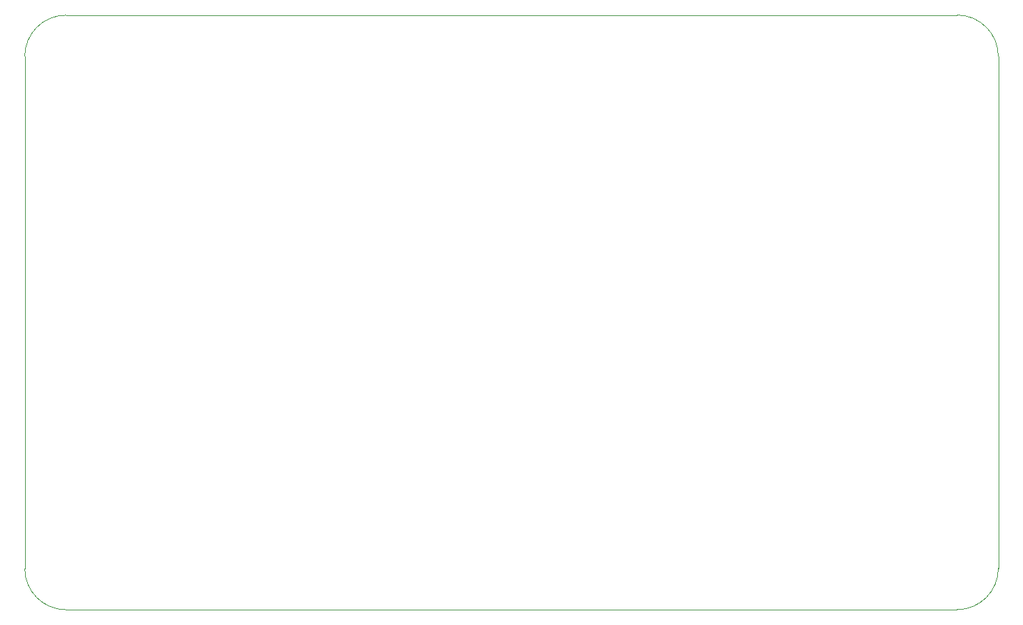
<source format=gbr>
%TF.GenerationSoftware,KiCad,Pcbnew,(6.0.7)*%
%TF.CreationDate,2022-09-20T14:40:13-04:00*%
%TF.ProjectId,RPi Pico Core,52506920-5069-4636-9f20-436f72652e6b,rev?*%
%TF.SameCoordinates,Original*%
%TF.FileFunction,Profile,NP*%
%FSLAX46Y46*%
G04 Gerber Fmt 4.6, Leading zero omitted, Abs format (unit mm)*
G04 Created by KiCad (PCBNEW (6.0.7)) date 2022-09-20 14:40:13*
%MOMM*%
%LPD*%
G01*
G04 APERTURE LIST*
%TA.AperFunction,Profile*%
%ADD10C,0.100000*%
%TD*%
G04 APERTURE END LIST*
D10*
X97063581Y-60600500D02*
G75*
G03*
X92063581Y-65590500I-9990J-4990000D01*
G01*
X210423581Y-65590500D02*
G75*
G03*
X205413581Y-60580500I-5010000J0D01*
G01*
X210423581Y-65590500D02*
X210423581Y-127830500D01*
X205423581Y-132830500D02*
X97063581Y-132840500D01*
X205423582Y-132830500D02*
G75*
G03*
X205423582Y-132830500I-1J0D01*
G01*
X208513582Y-131750500D02*
G75*
G03*
X208513582Y-131750500I-1J0D01*
G01*
X205423581Y-132830481D02*
G75*
G03*
X210423581Y-127830500I19J4999981D01*
G01*
X92063600Y-127840500D02*
G75*
G03*
X97063581Y-132840500I5000000J0D01*
G01*
X92063581Y-127840500D02*
X92063581Y-65590500D01*
X97063581Y-60600500D02*
X205413581Y-60580500D01*
M02*

</source>
